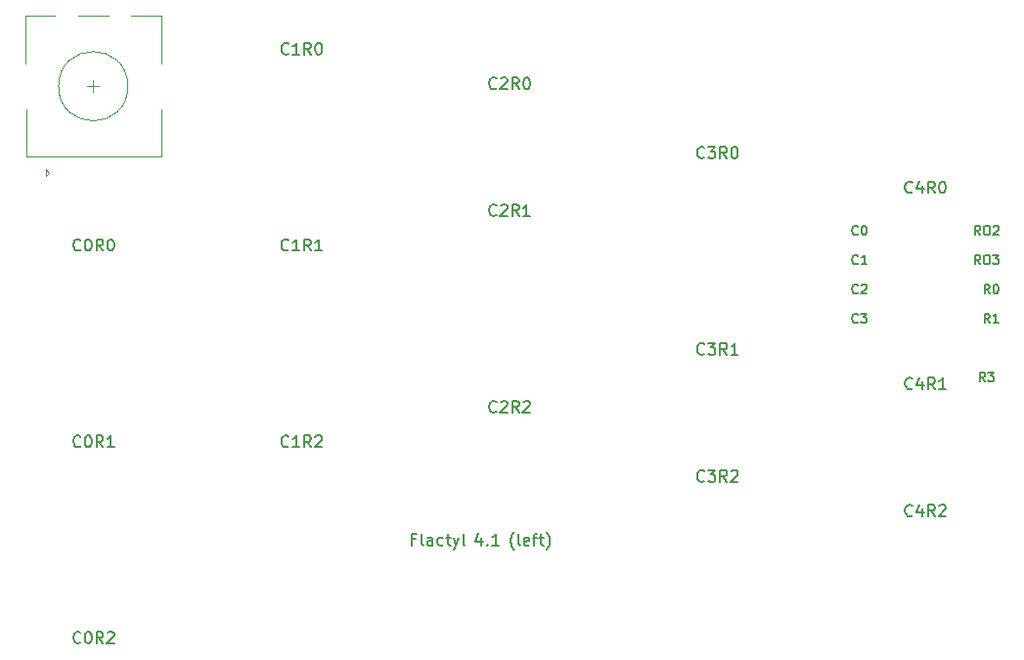
<source format=gbr>
%TF.GenerationSoftware,KiCad,Pcbnew,(7.0.0-0)*%
%TF.CreationDate,2023-02-22T17:50:19+08:00*%
%TF.ProjectId,left,6c656674-2e6b-4696-9361-645f70636258,v1.0.0*%
%TF.SameCoordinates,Original*%
%TF.FileFunction,Legend,Top*%
%TF.FilePolarity,Positive*%
%FSLAX46Y46*%
G04 Gerber Fmt 4.6, Leading zero omitted, Abs format (unit mm)*
G04 Created by KiCad (PCBNEW (7.0.0-0)) date 2023-02-22 17:50:19*
%MOMM*%
%LPD*%
G01*
G04 APERTURE LIST*
%ADD10C,0.150000*%
%ADD11C,0.120000*%
G04 APERTURE END LIST*
D10*
%TO.C,S1*%
X-1142857Y36727857D02*
X-1190476Y36680238D01*
X-1190476Y36680238D02*
X-1333333Y36632619D01*
X-1333333Y36632619D02*
X-1428571Y36632619D01*
X-1428571Y36632619D02*
X-1571428Y36680238D01*
X-1571428Y36680238D02*
X-1666666Y36775476D01*
X-1666666Y36775476D02*
X-1714285Y36870714D01*
X-1714285Y36870714D02*
X-1761904Y37061190D01*
X-1761904Y37061190D02*
X-1761904Y37204047D01*
X-1761904Y37204047D02*
X-1714285Y37394523D01*
X-1714285Y37394523D02*
X-1666666Y37489761D01*
X-1666666Y37489761D02*
X-1571428Y37585000D01*
X-1571428Y37585000D02*
X-1428571Y37632619D01*
X-1428571Y37632619D02*
X-1333333Y37632619D01*
X-1333333Y37632619D02*
X-1190476Y37585000D01*
X-1190476Y37585000D02*
X-1142857Y37537380D01*
X-523809Y37632619D02*
X-428571Y37632619D01*
X-428571Y37632619D02*
X-333333Y37585000D01*
X-333333Y37585000D02*
X-285714Y37537380D01*
X-285714Y37537380D02*
X-238095Y37442142D01*
X-238095Y37442142D02*
X-190476Y37251666D01*
X-190476Y37251666D02*
X-190476Y37013571D01*
X-190476Y37013571D02*
X-238095Y36823095D01*
X-238095Y36823095D02*
X-285714Y36727857D01*
X-285714Y36727857D02*
X-333333Y36680238D01*
X-333333Y36680238D02*
X-428571Y36632619D01*
X-428571Y36632619D02*
X-523809Y36632619D01*
X-523809Y36632619D02*
X-619047Y36680238D01*
X-619047Y36680238D02*
X-666666Y36727857D01*
X-666666Y36727857D02*
X-714285Y36823095D01*
X-714285Y36823095D02*
X-761904Y37013571D01*
X-761904Y37013571D02*
X-761904Y37251666D01*
X-761904Y37251666D02*
X-714285Y37442142D01*
X-714285Y37442142D02*
X-666666Y37537380D01*
X-666666Y37537380D02*
X-619047Y37585000D01*
X-619047Y37585000D02*
X-523809Y37632619D01*
X809523Y36632619D02*
X476190Y37108809D01*
X238095Y36632619D02*
X238095Y37632619D01*
X238095Y37632619D02*
X619047Y37632619D01*
X619047Y37632619D02*
X714285Y37585000D01*
X714285Y37585000D02*
X761904Y37537380D01*
X761904Y37537380D02*
X809523Y37442142D01*
X809523Y37442142D02*
X809523Y37299285D01*
X809523Y37299285D02*
X761904Y37204047D01*
X761904Y37204047D02*
X714285Y37156428D01*
X714285Y37156428D02*
X619047Y37108809D01*
X619047Y37108809D02*
X238095Y37108809D01*
X1428571Y37632619D02*
X1523809Y37632619D01*
X1523809Y37632619D02*
X1619047Y37585000D01*
X1619047Y37585000D02*
X1666666Y37537380D01*
X1666666Y37537380D02*
X1714285Y37442142D01*
X1714285Y37442142D02*
X1761904Y37251666D01*
X1761904Y37251666D02*
X1761904Y37013571D01*
X1761904Y37013571D02*
X1714285Y36823095D01*
X1714285Y36823095D02*
X1666666Y36727857D01*
X1666666Y36727857D02*
X1619047Y36680238D01*
X1619047Y36680238D02*
X1523809Y36632619D01*
X1523809Y36632619D02*
X1428571Y36632619D01*
X1428571Y36632619D02*
X1333333Y36680238D01*
X1333333Y36680238D02*
X1285714Y36727857D01*
X1285714Y36727857D02*
X1238095Y36823095D01*
X1238095Y36823095D02*
X1190476Y37013571D01*
X1190476Y37013571D02*
X1190476Y37251666D01*
X1190476Y37251666D02*
X1238095Y37442142D01*
X1238095Y37442142D02*
X1285714Y37537380D01*
X1285714Y37537380D02*
X1333333Y37585000D01*
X1333333Y37585000D02*
X1428571Y37632619D01*
%TO.C,S2*%
X-1142857Y19727857D02*
X-1190476Y19680238D01*
X-1190476Y19680238D02*
X-1333333Y19632619D01*
X-1333333Y19632619D02*
X-1428571Y19632619D01*
X-1428571Y19632619D02*
X-1571428Y19680238D01*
X-1571428Y19680238D02*
X-1666666Y19775476D01*
X-1666666Y19775476D02*
X-1714285Y19870714D01*
X-1714285Y19870714D02*
X-1761904Y20061190D01*
X-1761904Y20061190D02*
X-1761904Y20204047D01*
X-1761904Y20204047D02*
X-1714285Y20394523D01*
X-1714285Y20394523D02*
X-1666666Y20489761D01*
X-1666666Y20489761D02*
X-1571428Y20585000D01*
X-1571428Y20585000D02*
X-1428571Y20632619D01*
X-1428571Y20632619D02*
X-1333333Y20632619D01*
X-1333333Y20632619D02*
X-1190476Y20585000D01*
X-1190476Y20585000D02*
X-1142857Y20537380D01*
X-523809Y20632619D02*
X-428571Y20632619D01*
X-428571Y20632619D02*
X-333333Y20585000D01*
X-333333Y20585000D02*
X-285714Y20537380D01*
X-285714Y20537380D02*
X-238095Y20442142D01*
X-238095Y20442142D02*
X-190476Y20251666D01*
X-190476Y20251666D02*
X-190476Y20013571D01*
X-190476Y20013571D02*
X-238095Y19823095D01*
X-238095Y19823095D02*
X-285714Y19727857D01*
X-285714Y19727857D02*
X-333333Y19680238D01*
X-333333Y19680238D02*
X-428571Y19632619D01*
X-428571Y19632619D02*
X-523809Y19632619D01*
X-523809Y19632619D02*
X-619047Y19680238D01*
X-619047Y19680238D02*
X-666666Y19727857D01*
X-666666Y19727857D02*
X-714285Y19823095D01*
X-714285Y19823095D02*
X-761904Y20013571D01*
X-761904Y20013571D02*
X-761904Y20251666D01*
X-761904Y20251666D02*
X-714285Y20442142D01*
X-714285Y20442142D02*
X-666666Y20537380D01*
X-666666Y20537380D02*
X-619047Y20585000D01*
X-619047Y20585000D02*
X-523809Y20632619D01*
X809523Y19632619D02*
X476190Y20108809D01*
X238095Y19632619D02*
X238095Y20632619D01*
X238095Y20632619D02*
X619047Y20632619D01*
X619047Y20632619D02*
X714285Y20585000D01*
X714285Y20585000D02*
X761904Y20537380D01*
X761904Y20537380D02*
X809523Y20442142D01*
X809523Y20442142D02*
X809523Y20299285D01*
X809523Y20299285D02*
X761904Y20204047D01*
X761904Y20204047D02*
X714285Y20156428D01*
X714285Y20156428D02*
X619047Y20108809D01*
X619047Y20108809D02*
X238095Y20108809D01*
X1761904Y19632619D02*
X1190476Y19632619D01*
X1476190Y19632619D02*
X1476190Y20632619D01*
X1476190Y20632619D02*
X1380952Y20489761D01*
X1380952Y20489761D02*
X1285714Y20394523D01*
X1285714Y20394523D02*
X1190476Y20346904D01*
%TO.C,S3*%
X-1142857Y2727857D02*
X-1190476Y2680238D01*
X-1190476Y2680238D02*
X-1333333Y2632619D01*
X-1333333Y2632619D02*
X-1428571Y2632619D01*
X-1428571Y2632619D02*
X-1571428Y2680238D01*
X-1571428Y2680238D02*
X-1666666Y2775476D01*
X-1666666Y2775476D02*
X-1714285Y2870714D01*
X-1714285Y2870714D02*
X-1761904Y3061190D01*
X-1761904Y3061190D02*
X-1761904Y3204047D01*
X-1761904Y3204047D02*
X-1714285Y3394523D01*
X-1714285Y3394523D02*
X-1666666Y3489761D01*
X-1666666Y3489761D02*
X-1571428Y3585000D01*
X-1571428Y3585000D02*
X-1428571Y3632619D01*
X-1428571Y3632619D02*
X-1333333Y3632619D01*
X-1333333Y3632619D02*
X-1190476Y3585000D01*
X-1190476Y3585000D02*
X-1142857Y3537380D01*
X-523809Y3632619D02*
X-428571Y3632619D01*
X-428571Y3632619D02*
X-333333Y3585000D01*
X-333333Y3585000D02*
X-285714Y3537380D01*
X-285714Y3537380D02*
X-238095Y3442142D01*
X-238095Y3442142D02*
X-190476Y3251666D01*
X-190476Y3251666D02*
X-190476Y3013571D01*
X-190476Y3013571D02*
X-238095Y2823095D01*
X-238095Y2823095D02*
X-285714Y2727857D01*
X-285714Y2727857D02*
X-333333Y2680238D01*
X-333333Y2680238D02*
X-428571Y2632619D01*
X-428571Y2632619D02*
X-523809Y2632619D01*
X-523809Y2632619D02*
X-619047Y2680238D01*
X-619047Y2680238D02*
X-666666Y2727857D01*
X-666666Y2727857D02*
X-714285Y2823095D01*
X-714285Y2823095D02*
X-761904Y3013571D01*
X-761904Y3013571D02*
X-761904Y3251666D01*
X-761904Y3251666D02*
X-714285Y3442142D01*
X-714285Y3442142D02*
X-666666Y3537380D01*
X-666666Y3537380D02*
X-619047Y3585000D01*
X-619047Y3585000D02*
X-523809Y3632619D01*
X809523Y2632619D02*
X476190Y3108809D01*
X238095Y2632619D02*
X238095Y3632619D01*
X238095Y3632619D02*
X619047Y3632619D01*
X619047Y3632619D02*
X714285Y3585000D01*
X714285Y3585000D02*
X761904Y3537380D01*
X761904Y3537380D02*
X809523Y3442142D01*
X809523Y3442142D02*
X809523Y3299285D01*
X809523Y3299285D02*
X761904Y3204047D01*
X761904Y3204047D02*
X714285Y3156428D01*
X714285Y3156428D02*
X619047Y3108809D01*
X619047Y3108809D02*
X238095Y3108809D01*
X1190476Y3537380D02*
X1238095Y3585000D01*
X1238095Y3585000D02*
X1333333Y3632619D01*
X1333333Y3632619D02*
X1571428Y3632619D01*
X1571428Y3632619D02*
X1666666Y3585000D01*
X1666666Y3585000D02*
X1714285Y3537380D01*
X1714285Y3537380D02*
X1761904Y3442142D01*
X1761904Y3442142D02*
X1761904Y3346904D01*
X1761904Y3346904D02*
X1714285Y3204047D01*
X1714285Y3204047D02*
X1142857Y2632619D01*
X1142857Y2632619D02*
X1761904Y2632619D01*
%TO.C,S4*%
X16857142Y53727857D02*
X16809523Y53680238D01*
X16809523Y53680238D02*
X16666666Y53632619D01*
X16666666Y53632619D02*
X16571428Y53632619D01*
X16571428Y53632619D02*
X16428571Y53680238D01*
X16428571Y53680238D02*
X16333333Y53775476D01*
X16333333Y53775476D02*
X16285714Y53870714D01*
X16285714Y53870714D02*
X16238095Y54061190D01*
X16238095Y54061190D02*
X16238095Y54204047D01*
X16238095Y54204047D02*
X16285714Y54394523D01*
X16285714Y54394523D02*
X16333333Y54489761D01*
X16333333Y54489761D02*
X16428571Y54585000D01*
X16428571Y54585000D02*
X16571428Y54632619D01*
X16571428Y54632619D02*
X16666666Y54632619D01*
X16666666Y54632619D02*
X16809523Y54585000D01*
X16809523Y54585000D02*
X16857142Y54537380D01*
X17809523Y53632619D02*
X17238095Y53632619D01*
X17523809Y53632619D02*
X17523809Y54632619D01*
X17523809Y54632619D02*
X17428571Y54489761D01*
X17428571Y54489761D02*
X17333333Y54394523D01*
X17333333Y54394523D02*
X17238095Y54346904D01*
X18809523Y53632619D02*
X18476190Y54108809D01*
X18238095Y53632619D02*
X18238095Y54632619D01*
X18238095Y54632619D02*
X18619047Y54632619D01*
X18619047Y54632619D02*
X18714285Y54585000D01*
X18714285Y54585000D02*
X18761904Y54537380D01*
X18761904Y54537380D02*
X18809523Y54442142D01*
X18809523Y54442142D02*
X18809523Y54299285D01*
X18809523Y54299285D02*
X18761904Y54204047D01*
X18761904Y54204047D02*
X18714285Y54156428D01*
X18714285Y54156428D02*
X18619047Y54108809D01*
X18619047Y54108809D02*
X18238095Y54108809D01*
X19428571Y54632619D02*
X19523809Y54632619D01*
X19523809Y54632619D02*
X19619047Y54585000D01*
X19619047Y54585000D02*
X19666666Y54537380D01*
X19666666Y54537380D02*
X19714285Y54442142D01*
X19714285Y54442142D02*
X19761904Y54251666D01*
X19761904Y54251666D02*
X19761904Y54013571D01*
X19761904Y54013571D02*
X19714285Y53823095D01*
X19714285Y53823095D02*
X19666666Y53727857D01*
X19666666Y53727857D02*
X19619047Y53680238D01*
X19619047Y53680238D02*
X19523809Y53632619D01*
X19523809Y53632619D02*
X19428571Y53632619D01*
X19428571Y53632619D02*
X19333333Y53680238D01*
X19333333Y53680238D02*
X19285714Y53727857D01*
X19285714Y53727857D02*
X19238095Y53823095D01*
X19238095Y53823095D02*
X19190476Y54013571D01*
X19190476Y54013571D02*
X19190476Y54251666D01*
X19190476Y54251666D02*
X19238095Y54442142D01*
X19238095Y54442142D02*
X19285714Y54537380D01*
X19285714Y54537380D02*
X19333333Y54585000D01*
X19333333Y54585000D02*
X19428571Y54632619D01*
%TO.C,S5*%
X16857142Y36727857D02*
X16809523Y36680238D01*
X16809523Y36680238D02*
X16666666Y36632619D01*
X16666666Y36632619D02*
X16571428Y36632619D01*
X16571428Y36632619D02*
X16428571Y36680238D01*
X16428571Y36680238D02*
X16333333Y36775476D01*
X16333333Y36775476D02*
X16285714Y36870714D01*
X16285714Y36870714D02*
X16238095Y37061190D01*
X16238095Y37061190D02*
X16238095Y37204047D01*
X16238095Y37204047D02*
X16285714Y37394523D01*
X16285714Y37394523D02*
X16333333Y37489761D01*
X16333333Y37489761D02*
X16428571Y37585000D01*
X16428571Y37585000D02*
X16571428Y37632619D01*
X16571428Y37632619D02*
X16666666Y37632619D01*
X16666666Y37632619D02*
X16809523Y37585000D01*
X16809523Y37585000D02*
X16857142Y37537380D01*
X17809523Y36632619D02*
X17238095Y36632619D01*
X17523809Y36632619D02*
X17523809Y37632619D01*
X17523809Y37632619D02*
X17428571Y37489761D01*
X17428571Y37489761D02*
X17333333Y37394523D01*
X17333333Y37394523D02*
X17238095Y37346904D01*
X18809523Y36632619D02*
X18476190Y37108809D01*
X18238095Y36632619D02*
X18238095Y37632619D01*
X18238095Y37632619D02*
X18619047Y37632619D01*
X18619047Y37632619D02*
X18714285Y37585000D01*
X18714285Y37585000D02*
X18761904Y37537380D01*
X18761904Y37537380D02*
X18809523Y37442142D01*
X18809523Y37442142D02*
X18809523Y37299285D01*
X18809523Y37299285D02*
X18761904Y37204047D01*
X18761904Y37204047D02*
X18714285Y37156428D01*
X18714285Y37156428D02*
X18619047Y37108809D01*
X18619047Y37108809D02*
X18238095Y37108809D01*
X19761904Y36632619D02*
X19190476Y36632619D01*
X19476190Y36632619D02*
X19476190Y37632619D01*
X19476190Y37632619D02*
X19380952Y37489761D01*
X19380952Y37489761D02*
X19285714Y37394523D01*
X19285714Y37394523D02*
X19190476Y37346904D01*
%TO.C,S6*%
X16857142Y19727857D02*
X16809523Y19680238D01*
X16809523Y19680238D02*
X16666666Y19632619D01*
X16666666Y19632619D02*
X16571428Y19632619D01*
X16571428Y19632619D02*
X16428571Y19680238D01*
X16428571Y19680238D02*
X16333333Y19775476D01*
X16333333Y19775476D02*
X16285714Y19870714D01*
X16285714Y19870714D02*
X16238095Y20061190D01*
X16238095Y20061190D02*
X16238095Y20204047D01*
X16238095Y20204047D02*
X16285714Y20394523D01*
X16285714Y20394523D02*
X16333333Y20489761D01*
X16333333Y20489761D02*
X16428571Y20585000D01*
X16428571Y20585000D02*
X16571428Y20632619D01*
X16571428Y20632619D02*
X16666666Y20632619D01*
X16666666Y20632619D02*
X16809523Y20585000D01*
X16809523Y20585000D02*
X16857142Y20537380D01*
X17809523Y19632619D02*
X17238095Y19632619D01*
X17523809Y19632619D02*
X17523809Y20632619D01*
X17523809Y20632619D02*
X17428571Y20489761D01*
X17428571Y20489761D02*
X17333333Y20394523D01*
X17333333Y20394523D02*
X17238095Y20346904D01*
X18809523Y19632619D02*
X18476190Y20108809D01*
X18238095Y19632619D02*
X18238095Y20632619D01*
X18238095Y20632619D02*
X18619047Y20632619D01*
X18619047Y20632619D02*
X18714285Y20585000D01*
X18714285Y20585000D02*
X18761904Y20537380D01*
X18761904Y20537380D02*
X18809523Y20442142D01*
X18809523Y20442142D02*
X18809523Y20299285D01*
X18809523Y20299285D02*
X18761904Y20204047D01*
X18761904Y20204047D02*
X18714285Y20156428D01*
X18714285Y20156428D02*
X18619047Y20108809D01*
X18619047Y20108809D02*
X18238095Y20108809D01*
X19190476Y20537380D02*
X19238095Y20585000D01*
X19238095Y20585000D02*
X19333333Y20632619D01*
X19333333Y20632619D02*
X19571428Y20632619D01*
X19571428Y20632619D02*
X19666666Y20585000D01*
X19666666Y20585000D02*
X19714285Y20537380D01*
X19714285Y20537380D02*
X19761904Y20442142D01*
X19761904Y20442142D02*
X19761904Y20346904D01*
X19761904Y20346904D02*
X19714285Y20204047D01*
X19714285Y20204047D02*
X19142857Y19632619D01*
X19142857Y19632619D02*
X19761904Y19632619D01*
%TO.C,S7*%
X34857142Y50727857D02*
X34809523Y50680238D01*
X34809523Y50680238D02*
X34666666Y50632619D01*
X34666666Y50632619D02*
X34571428Y50632619D01*
X34571428Y50632619D02*
X34428571Y50680238D01*
X34428571Y50680238D02*
X34333333Y50775476D01*
X34333333Y50775476D02*
X34285714Y50870714D01*
X34285714Y50870714D02*
X34238095Y51061190D01*
X34238095Y51061190D02*
X34238095Y51204047D01*
X34238095Y51204047D02*
X34285714Y51394523D01*
X34285714Y51394523D02*
X34333333Y51489761D01*
X34333333Y51489761D02*
X34428571Y51585000D01*
X34428571Y51585000D02*
X34571428Y51632619D01*
X34571428Y51632619D02*
X34666666Y51632619D01*
X34666666Y51632619D02*
X34809523Y51585000D01*
X34809523Y51585000D02*
X34857142Y51537380D01*
X35238095Y51537380D02*
X35285714Y51585000D01*
X35285714Y51585000D02*
X35380952Y51632619D01*
X35380952Y51632619D02*
X35619047Y51632619D01*
X35619047Y51632619D02*
X35714285Y51585000D01*
X35714285Y51585000D02*
X35761904Y51537380D01*
X35761904Y51537380D02*
X35809523Y51442142D01*
X35809523Y51442142D02*
X35809523Y51346904D01*
X35809523Y51346904D02*
X35761904Y51204047D01*
X35761904Y51204047D02*
X35190476Y50632619D01*
X35190476Y50632619D02*
X35809523Y50632619D01*
X36809523Y50632619D02*
X36476190Y51108809D01*
X36238095Y50632619D02*
X36238095Y51632619D01*
X36238095Y51632619D02*
X36619047Y51632619D01*
X36619047Y51632619D02*
X36714285Y51585000D01*
X36714285Y51585000D02*
X36761904Y51537380D01*
X36761904Y51537380D02*
X36809523Y51442142D01*
X36809523Y51442142D02*
X36809523Y51299285D01*
X36809523Y51299285D02*
X36761904Y51204047D01*
X36761904Y51204047D02*
X36714285Y51156428D01*
X36714285Y51156428D02*
X36619047Y51108809D01*
X36619047Y51108809D02*
X36238095Y51108809D01*
X37428571Y51632619D02*
X37523809Y51632619D01*
X37523809Y51632619D02*
X37619047Y51585000D01*
X37619047Y51585000D02*
X37666666Y51537380D01*
X37666666Y51537380D02*
X37714285Y51442142D01*
X37714285Y51442142D02*
X37761904Y51251666D01*
X37761904Y51251666D02*
X37761904Y51013571D01*
X37761904Y51013571D02*
X37714285Y50823095D01*
X37714285Y50823095D02*
X37666666Y50727857D01*
X37666666Y50727857D02*
X37619047Y50680238D01*
X37619047Y50680238D02*
X37523809Y50632619D01*
X37523809Y50632619D02*
X37428571Y50632619D01*
X37428571Y50632619D02*
X37333333Y50680238D01*
X37333333Y50680238D02*
X37285714Y50727857D01*
X37285714Y50727857D02*
X37238095Y50823095D01*
X37238095Y50823095D02*
X37190476Y51013571D01*
X37190476Y51013571D02*
X37190476Y51251666D01*
X37190476Y51251666D02*
X37238095Y51442142D01*
X37238095Y51442142D02*
X37285714Y51537380D01*
X37285714Y51537380D02*
X37333333Y51585000D01*
X37333333Y51585000D02*
X37428571Y51632619D01*
%TO.C,S8*%
X34857142Y39727857D02*
X34809523Y39680238D01*
X34809523Y39680238D02*
X34666666Y39632619D01*
X34666666Y39632619D02*
X34571428Y39632619D01*
X34571428Y39632619D02*
X34428571Y39680238D01*
X34428571Y39680238D02*
X34333333Y39775476D01*
X34333333Y39775476D02*
X34285714Y39870714D01*
X34285714Y39870714D02*
X34238095Y40061190D01*
X34238095Y40061190D02*
X34238095Y40204047D01*
X34238095Y40204047D02*
X34285714Y40394523D01*
X34285714Y40394523D02*
X34333333Y40489761D01*
X34333333Y40489761D02*
X34428571Y40585000D01*
X34428571Y40585000D02*
X34571428Y40632619D01*
X34571428Y40632619D02*
X34666666Y40632619D01*
X34666666Y40632619D02*
X34809523Y40585000D01*
X34809523Y40585000D02*
X34857142Y40537380D01*
X35238095Y40537380D02*
X35285714Y40585000D01*
X35285714Y40585000D02*
X35380952Y40632619D01*
X35380952Y40632619D02*
X35619047Y40632619D01*
X35619047Y40632619D02*
X35714285Y40585000D01*
X35714285Y40585000D02*
X35761904Y40537380D01*
X35761904Y40537380D02*
X35809523Y40442142D01*
X35809523Y40442142D02*
X35809523Y40346904D01*
X35809523Y40346904D02*
X35761904Y40204047D01*
X35761904Y40204047D02*
X35190476Y39632619D01*
X35190476Y39632619D02*
X35809523Y39632619D01*
X36809523Y39632619D02*
X36476190Y40108809D01*
X36238095Y39632619D02*
X36238095Y40632619D01*
X36238095Y40632619D02*
X36619047Y40632619D01*
X36619047Y40632619D02*
X36714285Y40585000D01*
X36714285Y40585000D02*
X36761904Y40537380D01*
X36761904Y40537380D02*
X36809523Y40442142D01*
X36809523Y40442142D02*
X36809523Y40299285D01*
X36809523Y40299285D02*
X36761904Y40204047D01*
X36761904Y40204047D02*
X36714285Y40156428D01*
X36714285Y40156428D02*
X36619047Y40108809D01*
X36619047Y40108809D02*
X36238095Y40108809D01*
X37761904Y39632619D02*
X37190476Y39632619D01*
X37476190Y39632619D02*
X37476190Y40632619D01*
X37476190Y40632619D02*
X37380952Y40489761D01*
X37380952Y40489761D02*
X37285714Y40394523D01*
X37285714Y40394523D02*
X37190476Y40346904D01*
%TO.C,S9*%
X34857142Y22727857D02*
X34809523Y22680238D01*
X34809523Y22680238D02*
X34666666Y22632619D01*
X34666666Y22632619D02*
X34571428Y22632619D01*
X34571428Y22632619D02*
X34428571Y22680238D01*
X34428571Y22680238D02*
X34333333Y22775476D01*
X34333333Y22775476D02*
X34285714Y22870714D01*
X34285714Y22870714D02*
X34238095Y23061190D01*
X34238095Y23061190D02*
X34238095Y23204047D01*
X34238095Y23204047D02*
X34285714Y23394523D01*
X34285714Y23394523D02*
X34333333Y23489761D01*
X34333333Y23489761D02*
X34428571Y23585000D01*
X34428571Y23585000D02*
X34571428Y23632619D01*
X34571428Y23632619D02*
X34666666Y23632619D01*
X34666666Y23632619D02*
X34809523Y23585000D01*
X34809523Y23585000D02*
X34857142Y23537380D01*
X35238095Y23537380D02*
X35285714Y23585000D01*
X35285714Y23585000D02*
X35380952Y23632619D01*
X35380952Y23632619D02*
X35619047Y23632619D01*
X35619047Y23632619D02*
X35714285Y23585000D01*
X35714285Y23585000D02*
X35761904Y23537380D01*
X35761904Y23537380D02*
X35809523Y23442142D01*
X35809523Y23442142D02*
X35809523Y23346904D01*
X35809523Y23346904D02*
X35761904Y23204047D01*
X35761904Y23204047D02*
X35190476Y22632619D01*
X35190476Y22632619D02*
X35809523Y22632619D01*
X36809523Y22632619D02*
X36476190Y23108809D01*
X36238095Y22632619D02*
X36238095Y23632619D01*
X36238095Y23632619D02*
X36619047Y23632619D01*
X36619047Y23632619D02*
X36714285Y23585000D01*
X36714285Y23585000D02*
X36761904Y23537380D01*
X36761904Y23537380D02*
X36809523Y23442142D01*
X36809523Y23442142D02*
X36809523Y23299285D01*
X36809523Y23299285D02*
X36761904Y23204047D01*
X36761904Y23204047D02*
X36714285Y23156428D01*
X36714285Y23156428D02*
X36619047Y23108809D01*
X36619047Y23108809D02*
X36238095Y23108809D01*
X37190476Y23537380D02*
X37238095Y23585000D01*
X37238095Y23585000D02*
X37333333Y23632619D01*
X37333333Y23632619D02*
X37571428Y23632619D01*
X37571428Y23632619D02*
X37666666Y23585000D01*
X37666666Y23585000D02*
X37714285Y23537380D01*
X37714285Y23537380D02*
X37761904Y23442142D01*
X37761904Y23442142D02*
X37761904Y23346904D01*
X37761904Y23346904D02*
X37714285Y23204047D01*
X37714285Y23204047D02*
X37142857Y22632619D01*
X37142857Y22632619D02*
X37761904Y22632619D01*
%TO.C,S10*%
X52857142Y44727857D02*
X52809523Y44680238D01*
X52809523Y44680238D02*
X52666666Y44632619D01*
X52666666Y44632619D02*
X52571428Y44632619D01*
X52571428Y44632619D02*
X52428571Y44680238D01*
X52428571Y44680238D02*
X52333333Y44775476D01*
X52333333Y44775476D02*
X52285714Y44870714D01*
X52285714Y44870714D02*
X52238095Y45061190D01*
X52238095Y45061190D02*
X52238095Y45204047D01*
X52238095Y45204047D02*
X52285714Y45394523D01*
X52285714Y45394523D02*
X52333333Y45489761D01*
X52333333Y45489761D02*
X52428571Y45585000D01*
X52428571Y45585000D02*
X52571428Y45632619D01*
X52571428Y45632619D02*
X52666666Y45632619D01*
X52666666Y45632619D02*
X52809523Y45585000D01*
X52809523Y45585000D02*
X52857142Y45537380D01*
X53190476Y45632619D02*
X53809523Y45632619D01*
X53809523Y45632619D02*
X53476190Y45251666D01*
X53476190Y45251666D02*
X53619047Y45251666D01*
X53619047Y45251666D02*
X53714285Y45204047D01*
X53714285Y45204047D02*
X53761904Y45156428D01*
X53761904Y45156428D02*
X53809523Y45061190D01*
X53809523Y45061190D02*
X53809523Y44823095D01*
X53809523Y44823095D02*
X53761904Y44727857D01*
X53761904Y44727857D02*
X53714285Y44680238D01*
X53714285Y44680238D02*
X53619047Y44632619D01*
X53619047Y44632619D02*
X53333333Y44632619D01*
X53333333Y44632619D02*
X53238095Y44680238D01*
X53238095Y44680238D02*
X53190476Y44727857D01*
X54809523Y44632619D02*
X54476190Y45108809D01*
X54238095Y44632619D02*
X54238095Y45632619D01*
X54238095Y45632619D02*
X54619047Y45632619D01*
X54619047Y45632619D02*
X54714285Y45585000D01*
X54714285Y45585000D02*
X54761904Y45537380D01*
X54761904Y45537380D02*
X54809523Y45442142D01*
X54809523Y45442142D02*
X54809523Y45299285D01*
X54809523Y45299285D02*
X54761904Y45204047D01*
X54761904Y45204047D02*
X54714285Y45156428D01*
X54714285Y45156428D02*
X54619047Y45108809D01*
X54619047Y45108809D02*
X54238095Y45108809D01*
X55428571Y45632619D02*
X55523809Y45632619D01*
X55523809Y45632619D02*
X55619047Y45585000D01*
X55619047Y45585000D02*
X55666666Y45537380D01*
X55666666Y45537380D02*
X55714285Y45442142D01*
X55714285Y45442142D02*
X55761904Y45251666D01*
X55761904Y45251666D02*
X55761904Y45013571D01*
X55761904Y45013571D02*
X55714285Y44823095D01*
X55714285Y44823095D02*
X55666666Y44727857D01*
X55666666Y44727857D02*
X55619047Y44680238D01*
X55619047Y44680238D02*
X55523809Y44632619D01*
X55523809Y44632619D02*
X55428571Y44632619D01*
X55428571Y44632619D02*
X55333333Y44680238D01*
X55333333Y44680238D02*
X55285714Y44727857D01*
X55285714Y44727857D02*
X55238095Y44823095D01*
X55238095Y44823095D02*
X55190476Y45013571D01*
X55190476Y45013571D02*
X55190476Y45251666D01*
X55190476Y45251666D02*
X55238095Y45442142D01*
X55238095Y45442142D02*
X55285714Y45537380D01*
X55285714Y45537380D02*
X55333333Y45585000D01*
X55333333Y45585000D02*
X55428571Y45632619D01*
%TO.C,S11*%
X52857142Y27727857D02*
X52809523Y27680238D01*
X52809523Y27680238D02*
X52666666Y27632619D01*
X52666666Y27632619D02*
X52571428Y27632619D01*
X52571428Y27632619D02*
X52428571Y27680238D01*
X52428571Y27680238D02*
X52333333Y27775476D01*
X52333333Y27775476D02*
X52285714Y27870714D01*
X52285714Y27870714D02*
X52238095Y28061190D01*
X52238095Y28061190D02*
X52238095Y28204047D01*
X52238095Y28204047D02*
X52285714Y28394523D01*
X52285714Y28394523D02*
X52333333Y28489761D01*
X52333333Y28489761D02*
X52428571Y28585000D01*
X52428571Y28585000D02*
X52571428Y28632619D01*
X52571428Y28632619D02*
X52666666Y28632619D01*
X52666666Y28632619D02*
X52809523Y28585000D01*
X52809523Y28585000D02*
X52857142Y28537380D01*
X53190476Y28632619D02*
X53809523Y28632619D01*
X53809523Y28632619D02*
X53476190Y28251666D01*
X53476190Y28251666D02*
X53619047Y28251666D01*
X53619047Y28251666D02*
X53714285Y28204047D01*
X53714285Y28204047D02*
X53761904Y28156428D01*
X53761904Y28156428D02*
X53809523Y28061190D01*
X53809523Y28061190D02*
X53809523Y27823095D01*
X53809523Y27823095D02*
X53761904Y27727857D01*
X53761904Y27727857D02*
X53714285Y27680238D01*
X53714285Y27680238D02*
X53619047Y27632619D01*
X53619047Y27632619D02*
X53333333Y27632619D01*
X53333333Y27632619D02*
X53238095Y27680238D01*
X53238095Y27680238D02*
X53190476Y27727857D01*
X54809523Y27632619D02*
X54476190Y28108809D01*
X54238095Y27632619D02*
X54238095Y28632619D01*
X54238095Y28632619D02*
X54619047Y28632619D01*
X54619047Y28632619D02*
X54714285Y28585000D01*
X54714285Y28585000D02*
X54761904Y28537380D01*
X54761904Y28537380D02*
X54809523Y28442142D01*
X54809523Y28442142D02*
X54809523Y28299285D01*
X54809523Y28299285D02*
X54761904Y28204047D01*
X54761904Y28204047D02*
X54714285Y28156428D01*
X54714285Y28156428D02*
X54619047Y28108809D01*
X54619047Y28108809D02*
X54238095Y28108809D01*
X55761904Y27632619D02*
X55190476Y27632619D01*
X55476190Y27632619D02*
X55476190Y28632619D01*
X55476190Y28632619D02*
X55380952Y28489761D01*
X55380952Y28489761D02*
X55285714Y28394523D01*
X55285714Y28394523D02*
X55190476Y28346904D01*
%TO.C,S12*%
X52857142Y16727857D02*
X52809523Y16680238D01*
X52809523Y16680238D02*
X52666666Y16632619D01*
X52666666Y16632619D02*
X52571428Y16632619D01*
X52571428Y16632619D02*
X52428571Y16680238D01*
X52428571Y16680238D02*
X52333333Y16775476D01*
X52333333Y16775476D02*
X52285714Y16870714D01*
X52285714Y16870714D02*
X52238095Y17061190D01*
X52238095Y17061190D02*
X52238095Y17204047D01*
X52238095Y17204047D02*
X52285714Y17394523D01*
X52285714Y17394523D02*
X52333333Y17489761D01*
X52333333Y17489761D02*
X52428571Y17585000D01*
X52428571Y17585000D02*
X52571428Y17632619D01*
X52571428Y17632619D02*
X52666666Y17632619D01*
X52666666Y17632619D02*
X52809523Y17585000D01*
X52809523Y17585000D02*
X52857142Y17537380D01*
X53190476Y17632619D02*
X53809523Y17632619D01*
X53809523Y17632619D02*
X53476190Y17251666D01*
X53476190Y17251666D02*
X53619047Y17251666D01*
X53619047Y17251666D02*
X53714285Y17204047D01*
X53714285Y17204047D02*
X53761904Y17156428D01*
X53761904Y17156428D02*
X53809523Y17061190D01*
X53809523Y17061190D02*
X53809523Y16823095D01*
X53809523Y16823095D02*
X53761904Y16727857D01*
X53761904Y16727857D02*
X53714285Y16680238D01*
X53714285Y16680238D02*
X53619047Y16632619D01*
X53619047Y16632619D02*
X53333333Y16632619D01*
X53333333Y16632619D02*
X53238095Y16680238D01*
X53238095Y16680238D02*
X53190476Y16727857D01*
X54809523Y16632619D02*
X54476190Y17108809D01*
X54238095Y16632619D02*
X54238095Y17632619D01*
X54238095Y17632619D02*
X54619047Y17632619D01*
X54619047Y17632619D02*
X54714285Y17585000D01*
X54714285Y17585000D02*
X54761904Y17537380D01*
X54761904Y17537380D02*
X54809523Y17442142D01*
X54809523Y17442142D02*
X54809523Y17299285D01*
X54809523Y17299285D02*
X54761904Y17204047D01*
X54761904Y17204047D02*
X54714285Y17156428D01*
X54714285Y17156428D02*
X54619047Y17108809D01*
X54619047Y17108809D02*
X54238095Y17108809D01*
X55190476Y17537380D02*
X55238095Y17585000D01*
X55238095Y17585000D02*
X55333333Y17632619D01*
X55333333Y17632619D02*
X55571428Y17632619D01*
X55571428Y17632619D02*
X55666666Y17585000D01*
X55666666Y17585000D02*
X55714285Y17537380D01*
X55714285Y17537380D02*
X55761904Y17442142D01*
X55761904Y17442142D02*
X55761904Y17346904D01*
X55761904Y17346904D02*
X55714285Y17204047D01*
X55714285Y17204047D02*
X55142857Y16632619D01*
X55142857Y16632619D02*
X55761904Y16632619D01*
%TO.C,S13*%
X70857142Y41727857D02*
X70809523Y41680238D01*
X70809523Y41680238D02*
X70666666Y41632619D01*
X70666666Y41632619D02*
X70571428Y41632619D01*
X70571428Y41632619D02*
X70428571Y41680238D01*
X70428571Y41680238D02*
X70333333Y41775476D01*
X70333333Y41775476D02*
X70285714Y41870714D01*
X70285714Y41870714D02*
X70238095Y42061190D01*
X70238095Y42061190D02*
X70238095Y42204047D01*
X70238095Y42204047D02*
X70285714Y42394523D01*
X70285714Y42394523D02*
X70333333Y42489761D01*
X70333333Y42489761D02*
X70428571Y42585000D01*
X70428571Y42585000D02*
X70571428Y42632619D01*
X70571428Y42632619D02*
X70666666Y42632619D01*
X70666666Y42632619D02*
X70809523Y42585000D01*
X70809523Y42585000D02*
X70857142Y42537380D01*
X71714285Y42299285D02*
X71714285Y41632619D01*
X71476190Y42680238D02*
X71238095Y41965952D01*
X71238095Y41965952D02*
X71857142Y41965952D01*
X72809523Y41632619D02*
X72476190Y42108809D01*
X72238095Y41632619D02*
X72238095Y42632619D01*
X72238095Y42632619D02*
X72619047Y42632619D01*
X72619047Y42632619D02*
X72714285Y42585000D01*
X72714285Y42585000D02*
X72761904Y42537380D01*
X72761904Y42537380D02*
X72809523Y42442142D01*
X72809523Y42442142D02*
X72809523Y42299285D01*
X72809523Y42299285D02*
X72761904Y42204047D01*
X72761904Y42204047D02*
X72714285Y42156428D01*
X72714285Y42156428D02*
X72619047Y42108809D01*
X72619047Y42108809D02*
X72238095Y42108809D01*
X73428571Y42632619D02*
X73523809Y42632619D01*
X73523809Y42632619D02*
X73619047Y42585000D01*
X73619047Y42585000D02*
X73666666Y42537380D01*
X73666666Y42537380D02*
X73714285Y42442142D01*
X73714285Y42442142D02*
X73761904Y42251666D01*
X73761904Y42251666D02*
X73761904Y42013571D01*
X73761904Y42013571D02*
X73714285Y41823095D01*
X73714285Y41823095D02*
X73666666Y41727857D01*
X73666666Y41727857D02*
X73619047Y41680238D01*
X73619047Y41680238D02*
X73523809Y41632619D01*
X73523809Y41632619D02*
X73428571Y41632619D01*
X73428571Y41632619D02*
X73333333Y41680238D01*
X73333333Y41680238D02*
X73285714Y41727857D01*
X73285714Y41727857D02*
X73238095Y41823095D01*
X73238095Y41823095D02*
X73190476Y42013571D01*
X73190476Y42013571D02*
X73190476Y42251666D01*
X73190476Y42251666D02*
X73238095Y42442142D01*
X73238095Y42442142D02*
X73285714Y42537380D01*
X73285714Y42537380D02*
X73333333Y42585000D01*
X73333333Y42585000D02*
X73428571Y42632619D01*
%TO.C,S14*%
X70857142Y24727857D02*
X70809523Y24680238D01*
X70809523Y24680238D02*
X70666666Y24632619D01*
X70666666Y24632619D02*
X70571428Y24632619D01*
X70571428Y24632619D02*
X70428571Y24680238D01*
X70428571Y24680238D02*
X70333333Y24775476D01*
X70333333Y24775476D02*
X70285714Y24870714D01*
X70285714Y24870714D02*
X70238095Y25061190D01*
X70238095Y25061190D02*
X70238095Y25204047D01*
X70238095Y25204047D02*
X70285714Y25394523D01*
X70285714Y25394523D02*
X70333333Y25489761D01*
X70333333Y25489761D02*
X70428571Y25585000D01*
X70428571Y25585000D02*
X70571428Y25632619D01*
X70571428Y25632619D02*
X70666666Y25632619D01*
X70666666Y25632619D02*
X70809523Y25585000D01*
X70809523Y25585000D02*
X70857142Y25537380D01*
X71714285Y25299285D02*
X71714285Y24632619D01*
X71476190Y25680238D02*
X71238095Y24965952D01*
X71238095Y24965952D02*
X71857142Y24965952D01*
X72809523Y24632619D02*
X72476190Y25108809D01*
X72238095Y24632619D02*
X72238095Y25632619D01*
X72238095Y25632619D02*
X72619047Y25632619D01*
X72619047Y25632619D02*
X72714285Y25585000D01*
X72714285Y25585000D02*
X72761904Y25537380D01*
X72761904Y25537380D02*
X72809523Y25442142D01*
X72809523Y25442142D02*
X72809523Y25299285D01*
X72809523Y25299285D02*
X72761904Y25204047D01*
X72761904Y25204047D02*
X72714285Y25156428D01*
X72714285Y25156428D02*
X72619047Y25108809D01*
X72619047Y25108809D02*
X72238095Y25108809D01*
X73761904Y24632619D02*
X73190476Y24632619D01*
X73476190Y24632619D02*
X73476190Y25632619D01*
X73476190Y25632619D02*
X73380952Y25489761D01*
X73380952Y25489761D02*
X73285714Y25394523D01*
X73285714Y25394523D02*
X73190476Y25346904D01*
%TO.C,S15*%
X70857142Y13727857D02*
X70809523Y13680238D01*
X70809523Y13680238D02*
X70666666Y13632619D01*
X70666666Y13632619D02*
X70571428Y13632619D01*
X70571428Y13632619D02*
X70428571Y13680238D01*
X70428571Y13680238D02*
X70333333Y13775476D01*
X70333333Y13775476D02*
X70285714Y13870714D01*
X70285714Y13870714D02*
X70238095Y14061190D01*
X70238095Y14061190D02*
X70238095Y14204047D01*
X70238095Y14204047D02*
X70285714Y14394523D01*
X70285714Y14394523D02*
X70333333Y14489761D01*
X70333333Y14489761D02*
X70428571Y14585000D01*
X70428571Y14585000D02*
X70571428Y14632619D01*
X70571428Y14632619D02*
X70666666Y14632619D01*
X70666666Y14632619D02*
X70809523Y14585000D01*
X70809523Y14585000D02*
X70857142Y14537380D01*
X71714285Y14299285D02*
X71714285Y13632619D01*
X71476190Y14680238D02*
X71238095Y13965952D01*
X71238095Y13965952D02*
X71857142Y13965952D01*
X72809523Y13632619D02*
X72476190Y14108809D01*
X72238095Y13632619D02*
X72238095Y14632619D01*
X72238095Y14632619D02*
X72619047Y14632619D01*
X72619047Y14632619D02*
X72714285Y14585000D01*
X72714285Y14585000D02*
X72761904Y14537380D01*
X72761904Y14537380D02*
X72809523Y14442142D01*
X72809523Y14442142D02*
X72809523Y14299285D01*
X72809523Y14299285D02*
X72761904Y14204047D01*
X72761904Y14204047D02*
X72714285Y14156428D01*
X72714285Y14156428D02*
X72619047Y14108809D01*
X72619047Y14108809D02*
X72238095Y14108809D01*
X73190476Y14537380D02*
X73238095Y14585000D01*
X73238095Y14585000D02*
X73333333Y14632619D01*
X73333333Y14632619D02*
X73571428Y14632619D01*
X73571428Y14632619D02*
X73666666Y14585000D01*
X73666666Y14585000D02*
X73714285Y14537380D01*
X73714285Y14537380D02*
X73761904Y14442142D01*
X73761904Y14442142D02*
X73761904Y14346904D01*
X73761904Y14346904D02*
X73714285Y14204047D01*
X73714285Y14204047D02*
X73142857Y13632619D01*
X73142857Y13632619D02*
X73761904Y13632619D01*
%TO.C,MCU1*%
X66166667Y38092285D02*
X66128571Y38054190D01*
X66128571Y38054190D02*
X66014286Y38016095D01*
X66014286Y38016095D02*
X65938095Y38016095D01*
X65938095Y38016095D02*
X65823809Y38054190D01*
X65823809Y38054190D02*
X65747619Y38130380D01*
X65747619Y38130380D02*
X65709524Y38206571D01*
X65709524Y38206571D02*
X65671428Y38358952D01*
X65671428Y38358952D02*
X65671428Y38473238D01*
X65671428Y38473238D02*
X65709524Y38625619D01*
X65709524Y38625619D02*
X65747619Y38701809D01*
X65747619Y38701809D02*
X65823809Y38778000D01*
X65823809Y38778000D02*
X65938095Y38816095D01*
X65938095Y38816095D02*
X66014286Y38816095D01*
X66014286Y38816095D02*
X66128571Y38778000D01*
X66128571Y38778000D02*
X66166667Y38739904D01*
X66661905Y38816095D02*
X66738095Y38816095D01*
X66738095Y38816095D02*
X66814286Y38778000D01*
X66814286Y38778000D02*
X66852381Y38739904D01*
X66852381Y38739904D02*
X66890476Y38663714D01*
X66890476Y38663714D02*
X66928571Y38511333D01*
X66928571Y38511333D02*
X66928571Y38320857D01*
X66928571Y38320857D02*
X66890476Y38168476D01*
X66890476Y38168476D02*
X66852381Y38092285D01*
X66852381Y38092285D02*
X66814286Y38054190D01*
X66814286Y38054190D02*
X66738095Y38016095D01*
X66738095Y38016095D02*
X66661905Y38016095D01*
X66661905Y38016095D02*
X66585714Y38054190D01*
X66585714Y38054190D02*
X66547619Y38092285D01*
X66547619Y38092285D02*
X66509524Y38168476D01*
X66509524Y38168476D02*
X66471428Y38320857D01*
X66471428Y38320857D02*
X66471428Y38511333D01*
X66471428Y38511333D02*
X66509524Y38663714D01*
X66509524Y38663714D02*
X66547619Y38739904D01*
X66547619Y38739904D02*
X66585714Y38778000D01*
X66585714Y38778000D02*
X66661905Y38816095D01*
X66166667Y35552285D02*
X66128571Y35514190D01*
X66128571Y35514190D02*
X66014286Y35476095D01*
X66014286Y35476095D02*
X65938095Y35476095D01*
X65938095Y35476095D02*
X65823809Y35514190D01*
X65823809Y35514190D02*
X65747619Y35590380D01*
X65747619Y35590380D02*
X65709524Y35666571D01*
X65709524Y35666571D02*
X65671428Y35818952D01*
X65671428Y35818952D02*
X65671428Y35933238D01*
X65671428Y35933238D02*
X65709524Y36085619D01*
X65709524Y36085619D02*
X65747619Y36161809D01*
X65747619Y36161809D02*
X65823809Y36238000D01*
X65823809Y36238000D02*
X65938095Y36276095D01*
X65938095Y36276095D02*
X66014286Y36276095D01*
X66014286Y36276095D02*
X66128571Y36238000D01*
X66128571Y36238000D02*
X66166667Y36199904D01*
X66928571Y35476095D02*
X66471428Y35476095D01*
X66700000Y35476095D02*
X66700000Y36276095D01*
X66700000Y36276095D02*
X66623809Y36161809D01*
X66623809Y36161809D02*
X66547619Y36085619D01*
X66547619Y36085619D02*
X66471428Y36047523D01*
X66166667Y33012285D02*
X66128571Y32974190D01*
X66128571Y32974190D02*
X66014286Y32936095D01*
X66014286Y32936095D02*
X65938095Y32936095D01*
X65938095Y32936095D02*
X65823809Y32974190D01*
X65823809Y32974190D02*
X65747619Y33050380D01*
X65747619Y33050380D02*
X65709524Y33126571D01*
X65709524Y33126571D02*
X65671428Y33278952D01*
X65671428Y33278952D02*
X65671428Y33393238D01*
X65671428Y33393238D02*
X65709524Y33545619D01*
X65709524Y33545619D02*
X65747619Y33621809D01*
X65747619Y33621809D02*
X65823809Y33698000D01*
X65823809Y33698000D02*
X65938095Y33736095D01*
X65938095Y33736095D02*
X66014286Y33736095D01*
X66014286Y33736095D02*
X66128571Y33698000D01*
X66128571Y33698000D02*
X66166667Y33659904D01*
X66471428Y33659904D02*
X66509524Y33698000D01*
X66509524Y33698000D02*
X66585714Y33736095D01*
X66585714Y33736095D02*
X66776190Y33736095D01*
X66776190Y33736095D02*
X66852381Y33698000D01*
X66852381Y33698000D02*
X66890476Y33659904D01*
X66890476Y33659904D02*
X66928571Y33583714D01*
X66928571Y33583714D02*
X66928571Y33507523D01*
X66928571Y33507523D02*
X66890476Y33393238D01*
X66890476Y33393238D02*
X66433333Y32936095D01*
X66433333Y32936095D02*
X66928571Y32936095D01*
X66166667Y30472285D02*
X66128571Y30434190D01*
X66128571Y30434190D02*
X66014286Y30396095D01*
X66014286Y30396095D02*
X65938095Y30396095D01*
X65938095Y30396095D02*
X65823809Y30434190D01*
X65823809Y30434190D02*
X65747619Y30510380D01*
X65747619Y30510380D02*
X65709524Y30586571D01*
X65709524Y30586571D02*
X65671428Y30738952D01*
X65671428Y30738952D02*
X65671428Y30853238D01*
X65671428Y30853238D02*
X65709524Y31005619D01*
X65709524Y31005619D02*
X65747619Y31081809D01*
X65747619Y31081809D02*
X65823809Y31158000D01*
X65823809Y31158000D02*
X65938095Y31196095D01*
X65938095Y31196095D02*
X66014286Y31196095D01*
X66014286Y31196095D02*
X66128571Y31158000D01*
X66128571Y31158000D02*
X66166667Y31119904D01*
X66433333Y31196095D02*
X66928571Y31196095D01*
X66928571Y31196095D02*
X66661905Y30891333D01*
X66661905Y30891333D02*
X66776190Y30891333D01*
X66776190Y30891333D02*
X66852381Y30853238D01*
X66852381Y30853238D02*
X66890476Y30815142D01*
X66890476Y30815142D02*
X66928571Y30738952D01*
X66928571Y30738952D02*
X66928571Y30548476D01*
X66928571Y30548476D02*
X66890476Y30472285D01*
X66890476Y30472285D02*
X66852381Y30434190D01*
X66852381Y30434190D02*
X66776190Y30396095D01*
X66776190Y30396095D02*
X66547619Y30396095D01*
X66547619Y30396095D02*
X66471428Y30434190D01*
X66471428Y30434190D02*
X66433333Y30472285D01*
X76747619Y38016095D02*
X76480952Y38397047D01*
X76290476Y38016095D02*
X76290476Y38816095D01*
X76290476Y38816095D02*
X76595238Y38816095D01*
X76595238Y38816095D02*
X76671428Y38778000D01*
X76671428Y38778000D02*
X76709523Y38739904D01*
X76709523Y38739904D02*
X76747619Y38663714D01*
X76747619Y38663714D02*
X76747619Y38549428D01*
X76747619Y38549428D02*
X76709523Y38473238D01*
X76709523Y38473238D02*
X76671428Y38435142D01*
X76671428Y38435142D02*
X76595238Y38397047D01*
X76595238Y38397047D02*
X76290476Y38397047D01*
X77242857Y38816095D02*
X77395238Y38816095D01*
X77395238Y38816095D02*
X77471428Y38778000D01*
X77471428Y38778000D02*
X77547619Y38701809D01*
X77547619Y38701809D02*
X77585714Y38549428D01*
X77585714Y38549428D02*
X77585714Y38282761D01*
X77585714Y38282761D02*
X77547619Y38130380D01*
X77547619Y38130380D02*
X77471428Y38054190D01*
X77471428Y38054190D02*
X77395238Y38016095D01*
X77395238Y38016095D02*
X77242857Y38016095D01*
X77242857Y38016095D02*
X77166666Y38054190D01*
X77166666Y38054190D02*
X77090476Y38130380D01*
X77090476Y38130380D02*
X77052380Y38282761D01*
X77052380Y38282761D02*
X77052380Y38549428D01*
X77052380Y38549428D02*
X77090476Y38701809D01*
X77090476Y38701809D02*
X77166666Y38778000D01*
X77166666Y38778000D02*
X77242857Y38816095D01*
X77890475Y38739904D02*
X77928571Y38778000D01*
X77928571Y38778000D02*
X78004761Y38816095D01*
X78004761Y38816095D02*
X78195237Y38816095D01*
X78195237Y38816095D02*
X78271428Y38778000D01*
X78271428Y38778000D02*
X78309523Y38739904D01*
X78309523Y38739904D02*
X78347618Y38663714D01*
X78347618Y38663714D02*
X78347618Y38587523D01*
X78347618Y38587523D02*
X78309523Y38473238D01*
X78309523Y38473238D02*
X77852380Y38016095D01*
X77852380Y38016095D02*
X78347618Y38016095D01*
X76747619Y35476095D02*
X76480952Y35857047D01*
X76290476Y35476095D02*
X76290476Y36276095D01*
X76290476Y36276095D02*
X76595238Y36276095D01*
X76595238Y36276095D02*
X76671428Y36238000D01*
X76671428Y36238000D02*
X76709523Y36199904D01*
X76709523Y36199904D02*
X76747619Y36123714D01*
X76747619Y36123714D02*
X76747619Y36009428D01*
X76747619Y36009428D02*
X76709523Y35933238D01*
X76709523Y35933238D02*
X76671428Y35895142D01*
X76671428Y35895142D02*
X76595238Y35857047D01*
X76595238Y35857047D02*
X76290476Y35857047D01*
X77242857Y36276095D02*
X77395238Y36276095D01*
X77395238Y36276095D02*
X77471428Y36238000D01*
X77471428Y36238000D02*
X77547619Y36161809D01*
X77547619Y36161809D02*
X77585714Y36009428D01*
X77585714Y36009428D02*
X77585714Y35742761D01*
X77585714Y35742761D02*
X77547619Y35590380D01*
X77547619Y35590380D02*
X77471428Y35514190D01*
X77471428Y35514190D02*
X77395238Y35476095D01*
X77395238Y35476095D02*
X77242857Y35476095D01*
X77242857Y35476095D02*
X77166666Y35514190D01*
X77166666Y35514190D02*
X77090476Y35590380D01*
X77090476Y35590380D02*
X77052380Y35742761D01*
X77052380Y35742761D02*
X77052380Y36009428D01*
X77052380Y36009428D02*
X77090476Y36161809D01*
X77090476Y36161809D02*
X77166666Y36238000D01*
X77166666Y36238000D02*
X77242857Y36276095D01*
X77852380Y36276095D02*
X78347618Y36276095D01*
X78347618Y36276095D02*
X78080952Y35971333D01*
X78080952Y35971333D02*
X78195237Y35971333D01*
X78195237Y35971333D02*
X78271428Y35933238D01*
X78271428Y35933238D02*
X78309523Y35895142D01*
X78309523Y35895142D02*
X78347618Y35818952D01*
X78347618Y35818952D02*
X78347618Y35628476D01*
X78347618Y35628476D02*
X78309523Y35552285D01*
X78309523Y35552285D02*
X78271428Y35514190D01*
X78271428Y35514190D02*
X78195237Y35476095D01*
X78195237Y35476095D02*
X77966666Y35476095D01*
X77966666Y35476095D02*
X77890475Y35514190D01*
X77890475Y35514190D02*
X77852380Y35552285D01*
X77566667Y32936095D02*
X77300000Y33317047D01*
X77109524Y32936095D02*
X77109524Y33736095D01*
X77109524Y33736095D02*
X77414286Y33736095D01*
X77414286Y33736095D02*
X77490476Y33698000D01*
X77490476Y33698000D02*
X77528571Y33659904D01*
X77528571Y33659904D02*
X77566667Y33583714D01*
X77566667Y33583714D02*
X77566667Y33469428D01*
X77566667Y33469428D02*
X77528571Y33393238D01*
X77528571Y33393238D02*
X77490476Y33355142D01*
X77490476Y33355142D02*
X77414286Y33317047D01*
X77414286Y33317047D02*
X77109524Y33317047D01*
X78061905Y33736095D02*
X78138095Y33736095D01*
X78138095Y33736095D02*
X78214286Y33698000D01*
X78214286Y33698000D02*
X78252381Y33659904D01*
X78252381Y33659904D02*
X78290476Y33583714D01*
X78290476Y33583714D02*
X78328571Y33431333D01*
X78328571Y33431333D02*
X78328571Y33240857D01*
X78328571Y33240857D02*
X78290476Y33088476D01*
X78290476Y33088476D02*
X78252381Y33012285D01*
X78252381Y33012285D02*
X78214286Y32974190D01*
X78214286Y32974190D02*
X78138095Y32936095D01*
X78138095Y32936095D02*
X78061905Y32936095D01*
X78061905Y32936095D02*
X77985714Y32974190D01*
X77985714Y32974190D02*
X77947619Y33012285D01*
X77947619Y33012285D02*
X77909524Y33088476D01*
X77909524Y33088476D02*
X77871428Y33240857D01*
X77871428Y33240857D02*
X77871428Y33431333D01*
X77871428Y33431333D02*
X77909524Y33583714D01*
X77909524Y33583714D02*
X77947619Y33659904D01*
X77947619Y33659904D02*
X77985714Y33698000D01*
X77985714Y33698000D02*
X78061905Y33736095D01*
X77566667Y30396095D02*
X77300000Y30777047D01*
X77109524Y30396095D02*
X77109524Y31196095D01*
X77109524Y31196095D02*
X77414286Y31196095D01*
X77414286Y31196095D02*
X77490476Y31158000D01*
X77490476Y31158000D02*
X77528571Y31119904D01*
X77528571Y31119904D02*
X77566667Y31043714D01*
X77566667Y31043714D02*
X77566667Y30929428D01*
X77566667Y30929428D02*
X77528571Y30853238D01*
X77528571Y30853238D02*
X77490476Y30815142D01*
X77490476Y30815142D02*
X77414286Y30777047D01*
X77414286Y30777047D02*
X77109524Y30777047D01*
X78328571Y30396095D02*
X77871428Y30396095D01*
X78100000Y30396095D02*
X78100000Y31196095D01*
X78100000Y31196095D02*
X78023809Y31081809D01*
X78023809Y31081809D02*
X77947619Y31005619D01*
X77947619Y31005619D02*
X77871428Y30967523D01*
X77166667Y25316095D02*
X76900000Y25697047D01*
X76709524Y25316095D02*
X76709524Y26116095D01*
X76709524Y26116095D02*
X77014286Y26116095D01*
X77014286Y26116095D02*
X77090476Y26078000D01*
X77090476Y26078000D02*
X77128571Y26039904D01*
X77128571Y26039904D02*
X77166667Y25963714D01*
X77166667Y25963714D02*
X77166667Y25849428D01*
X77166667Y25849428D02*
X77128571Y25773238D01*
X77128571Y25773238D02*
X77090476Y25735142D01*
X77090476Y25735142D02*
X77014286Y25697047D01*
X77014286Y25697047D02*
X76709524Y25697047D01*
X77433333Y26116095D02*
X77928571Y26116095D01*
X77928571Y26116095D02*
X77661905Y25811333D01*
X77661905Y25811333D02*
X77776190Y25811333D01*
X77776190Y25811333D02*
X77852381Y25773238D01*
X77852381Y25773238D02*
X77890476Y25735142D01*
X77890476Y25735142D02*
X77928571Y25658952D01*
X77928571Y25658952D02*
X77928571Y25468476D01*
X77928571Y25468476D02*
X77890476Y25392285D01*
X77890476Y25392285D02*
X77852381Y25354190D01*
X77852381Y25354190D02*
X77776190Y25316095D01*
X77776190Y25316095D02*
X77547619Y25316095D01*
X77547619Y25316095D02*
X77471428Y25354190D01*
X77471428Y25354190D02*
X77433333Y25392285D01*
%TO.C,JC1*%
%TO.C,H1*%
%TO.C,H2*%
%TO.C,H3*%
%TO.C,H4*%
%TO.C,H5*%
%TO.C,H6*%
%TO.C,T1*%
X27852379Y11656428D02*
X27519046Y11656428D01*
X27519046Y11132619D02*
X27519046Y12132619D01*
X27519046Y12132619D02*
X27995236Y12132619D01*
X28519046Y11132619D02*
X28423808Y11180238D01*
X28423808Y11180238D02*
X28376189Y11275476D01*
X28376189Y11275476D02*
X28376189Y12132619D01*
X29328570Y11132619D02*
X29328570Y11656428D01*
X29328570Y11656428D02*
X29280951Y11751666D01*
X29280951Y11751666D02*
X29185713Y11799285D01*
X29185713Y11799285D02*
X28995237Y11799285D01*
X28995237Y11799285D02*
X28899999Y11751666D01*
X29328570Y11180238D02*
X29233332Y11132619D01*
X29233332Y11132619D02*
X28995237Y11132619D01*
X28995237Y11132619D02*
X28899999Y11180238D01*
X28899999Y11180238D02*
X28852380Y11275476D01*
X28852380Y11275476D02*
X28852380Y11370714D01*
X28852380Y11370714D02*
X28899999Y11465952D01*
X28899999Y11465952D02*
X28995237Y11513571D01*
X28995237Y11513571D02*
X29233332Y11513571D01*
X29233332Y11513571D02*
X29328570Y11561190D01*
X30233332Y11180238D02*
X30138094Y11132619D01*
X30138094Y11132619D02*
X29947618Y11132619D01*
X29947618Y11132619D02*
X29852380Y11180238D01*
X29852380Y11180238D02*
X29804761Y11227857D01*
X29804761Y11227857D02*
X29757142Y11323095D01*
X29757142Y11323095D02*
X29757142Y11608809D01*
X29757142Y11608809D02*
X29804761Y11704047D01*
X29804761Y11704047D02*
X29852380Y11751666D01*
X29852380Y11751666D02*
X29947618Y11799285D01*
X29947618Y11799285D02*
X30138094Y11799285D01*
X30138094Y11799285D02*
X30233332Y11751666D01*
X30519047Y11799285D02*
X30899999Y11799285D01*
X30661904Y12132619D02*
X30661904Y11275476D01*
X30661904Y11275476D02*
X30709523Y11180238D01*
X30709523Y11180238D02*
X30804761Y11132619D01*
X30804761Y11132619D02*
X30899999Y11132619D01*
X31138095Y11799285D02*
X31376190Y11132619D01*
X31614285Y11799285D02*
X31376190Y11132619D01*
X31376190Y11132619D02*
X31280952Y10894523D01*
X31280952Y10894523D02*
X31233333Y10846904D01*
X31233333Y10846904D02*
X31138095Y10799285D01*
X32138095Y11132619D02*
X32042857Y11180238D01*
X32042857Y11180238D02*
X31995238Y11275476D01*
X31995238Y11275476D02*
X31995238Y12132619D01*
X33547619Y11799285D02*
X33547619Y11132619D01*
X33309524Y12180238D02*
X33071429Y11465952D01*
X33071429Y11465952D02*
X33690476Y11465952D01*
X34071429Y11227857D02*
X34119048Y11180238D01*
X34119048Y11180238D02*
X34071429Y11132619D01*
X34071429Y11132619D02*
X34023810Y11180238D01*
X34023810Y11180238D02*
X34071429Y11227857D01*
X34071429Y11227857D02*
X34071429Y11132619D01*
X35071428Y11132619D02*
X34500000Y11132619D01*
X34785714Y11132619D02*
X34785714Y12132619D01*
X34785714Y12132619D02*
X34690476Y11989761D01*
X34690476Y11989761D02*
X34595238Y11894523D01*
X34595238Y11894523D02*
X34500000Y11846904D01*
X36385714Y10751666D02*
X36338095Y10799285D01*
X36338095Y10799285D02*
X36242857Y10942142D01*
X36242857Y10942142D02*
X36195238Y11037380D01*
X36195238Y11037380D02*
X36147619Y11180238D01*
X36147619Y11180238D02*
X36100000Y11418333D01*
X36100000Y11418333D02*
X36100000Y11608809D01*
X36100000Y11608809D02*
X36147619Y11846904D01*
X36147619Y11846904D02*
X36195238Y11989761D01*
X36195238Y11989761D02*
X36242857Y12085000D01*
X36242857Y12085000D02*
X36338095Y12227857D01*
X36338095Y12227857D02*
X36385714Y12275476D01*
X36909524Y11132619D02*
X36814286Y11180238D01*
X36814286Y11180238D02*
X36766667Y11275476D01*
X36766667Y11275476D02*
X36766667Y12132619D01*
X37671429Y11180238D02*
X37576191Y11132619D01*
X37576191Y11132619D02*
X37385715Y11132619D01*
X37385715Y11132619D02*
X37290477Y11180238D01*
X37290477Y11180238D02*
X37242858Y11275476D01*
X37242858Y11275476D02*
X37242858Y11656428D01*
X37242858Y11656428D02*
X37290477Y11751666D01*
X37290477Y11751666D02*
X37385715Y11799285D01*
X37385715Y11799285D02*
X37576191Y11799285D01*
X37576191Y11799285D02*
X37671429Y11751666D01*
X37671429Y11751666D02*
X37719048Y11656428D01*
X37719048Y11656428D02*
X37719048Y11561190D01*
X37719048Y11561190D02*
X37242858Y11465952D01*
X38004763Y11799285D02*
X38385715Y11799285D01*
X38147620Y11132619D02*
X38147620Y11989761D01*
X38147620Y11989761D02*
X38195239Y12085000D01*
X38195239Y12085000D02*
X38290477Y12132619D01*
X38290477Y12132619D02*
X38385715Y12132619D01*
X38576192Y11799285D02*
X38957144Y11799285D01*
X38719049Y12132619D02*
X38719049Y11275476D01*
X38719049Y11275476D02*
X38766668Y11180238D01*
X38766668Y11180238D02*
X38861906Y11132619D01*
X38861906Y11132619D02*
X38957144Y11132619D01*
X39195240Y10751666D02*
X39242859Y10799285D01*
X39242859Y10799285D02*
X39338097Y10942142D01*
X39338097Y10942142D02*
X39385716Y11037380D01*
X39385716Y11037380D02*
X39433335Y11180238D01*
X39433335Y11180238D02*
X39480954Y11418333D01*
X39480954Y11418333D02*
X39480954Y11608809D01*
X39480954Y11608809D02*
X39433335Y11846904D01*
X39433335Y11846904D02*
X39385716Y11989761D01*
X39385716Y11989761D02*
X39338097Y12085000D01*
X39338097Y12085000D02*
X39242859Y12227857D01*
X39242859Y12227857D02*
X39195240Y12275476D01*
D11*
%TO.C,ROT1*%
X-40000Y50380000D02*
X-40000Y51380000D01*
X-540000Y50880000D02*
X460000Y50880000D01*
X3260000Y56980000D02*
X5860000Y56980000D01*
X-1340000Y56980000D02*
X1260000Y56980000D01*
X-5940000Y56980000D02*
X-3340000Y56980000D01*
X-4140000Y43680000D02*
X-3840000Y43380000D01*
X-4140000Y43080000D02*
X-4140000Y43680000D01*
X-3840000Y43380000D02*
X-4140000Y43080000D01*
X-5840000Y44780000D02*
X5860000Y44780000D01*
X-5840000Y48880000D02*
X-5840000Y44780000D01*
X5860000Y48880000D02*
X5860000Y44780000D01*
X5860000Y56980000D02*
X5860000Y52880000D01*
X-5940000Y52880000D02*
X-5940000Y56980000D01*
X2960000Y50880000D02*
G75*
G03*
X2960000Y50880000I-3000000J0D01*
G01*
%TD*%
M02*

</source>
